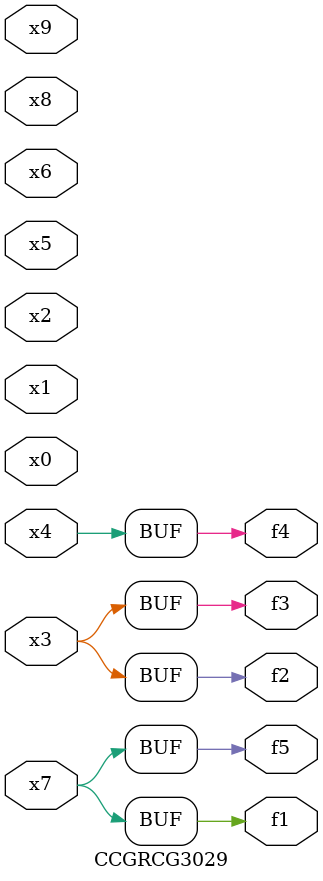
<source format=v>
module CCGRCG3029(
	input x0, x1, x2, x3, x4, x5, x6, x7, x8, x9,
	output f1, f2, f3, f4, f5
);
	assign f1 = x7;
	assign f2 = x3;
	assign f3 = x3;
	assign f4 = x4;
	assign f5 = x7;
endmodule

</source>
